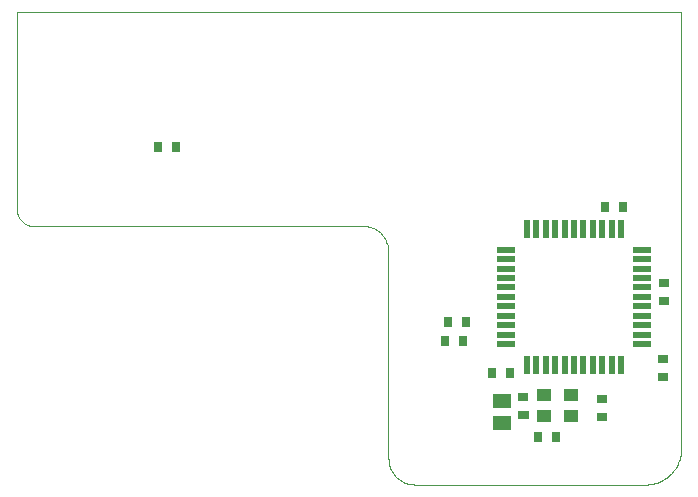
<source format=gbp>
G75*
%MOIN*%
%OFA0B0*%
%FSLAX24Y24*%
%IPPOS*%
%LPD*%
%AMOC8*
5,1,8,0,0,1.08239X$1,22.5*
%
%ADD10C,0.0039*%
%ADD11R,0.0276X0.0354*%
%ADD12R,0.0354X0.0276*%
%ADD13R,0.0591X0.0512*%
%ADD14R,0.0591X0.0236*%
%ADD15R,0.0236X0.0591*%
%ADD16R,0.0512X0.0433*%
D10*
X011639Y008800D02*
X011696Y008798D01*
X011753Y008793D01*
X011810Y008783D01*
X011865Y008770D01*
X011920Y008754D01*
X011974Y008733D01*
X012026Y008710D01*
X012077Y008683D01*
X012125Y008653D01*
X012172Y008619D01*
X012216Y008583D01*
X012258Y008544D01*
X012297Y008502D01*
X012333Y008458D01*
X012367Y008411D01*
X012397Y008363D01*
X012424Y008312D01*
X012447Y008260D01*
X012468Y008206D01*
X012484Y008151D01*
X012497Y008096D01*
X012507Y008039D01*
X012512Y007982D01*
X012514Y007925D01*
X012514Y001050D01*
X012516Y000993D01*
X012521Y000936D01*
X012531Y000879D01*
X012544Y000824D01*
X012560Y000769D01*
X012581Y000715D01*
X012604Y000663D01*
X012631Y000613D01*
X012661Y000564D01*
X012695Y000517D01*
X012731Y000473D01*
X012770Y000431D01*
X012812Y000392D01*
X012856Y000356D01*
X012903Y000322D01*
X012952Y000292D01*
X013002Y000265D01*
X013054Y000242D01*
X013108Y000221D01*
X013163Y000205D01*
X013218Y000192D01*
X013275Y000182D01*
X013332Y000177D01*
X013389Y000175D01*
X021014Y000175D01*
X022264Y001300D02*
X022264Y015925D01*
X000139Y015925D01*
X000139Y009300D01*
X000141Y009256D01*
X000147Y009213D01*
X000156Y009171D01*
X000169Y009129D01*
X000186Y009089D01*
X000206Y009050D01*
X000229Y009013D01*
X000256Y008979D01*
X000285Y008946D01*
X000318Y008917D01*
X000352Y008890D01*
X000389Y008867D01*
X000428Y008847D01*
X000468Y008830D01*
X000510Y008817D01*
X000552Y008808D01*
X000595Y008802D01*
X000639Y008800D01*
X011639Y008800D01*
X021015Y000176D02*
X021081Y000174D01*
X021148Y000176D01*
X021214Y000182D01*
X021280Y000192D01*
X021346Y000205D01*
X021410Y000222D01*
X021474Y000242D01*
X021536Y000266D01*
X021597Y000294D01*
X021656Y000324D01*
X021713Y000358D01*
X021768Y000396D01*
X021822Y000436D01*
X021872Y000479D01*
X021921Y000525D01*
X021966Y000574D01*
X022009Y000625D01*
X022049Y000678D01*
X022086Y000734D01*
X022120Y000792D01*
X022150Y000851D01*
X022177Y000912D01*
X022201Y000974D01*
X022221Y001038D01*
X022237Y001103D01*
X022250Y001168D01*
X022259Y001234D01*
X022264Y001301D01*
D11*
X018090Y001766D03*
X017490Y001766D03*
G36*
X016830Y002355D02*
X016829Y002630D01*
X017182Y002631D01*
X017183Y002356D01*
X016830Y002355D01*
G37*
G36*
X016826Y002955D02*
X016825Y003230D01*
X017178Y003231D01*
X017179Y002956D01*
X016826Y002955D01*
G37*
X016578Y003905D03*
X015978Y003905D03*
X014987Y004976D03*
X014387Y004976D03*
X014492Y005580D03*
X015092Y005580D03*
X019721Y009431D03*
X020321Y009431D03*
X005439Y011425D03*
X004839Y011425D03*
D12*
X019623Y003017D03*
X019623Y002417D03*
X021658Y003766D03*
X021658Y004366D03*
X021685Y006277D03*
X021685Y006877D03*
D13*
X016314Y002976D03*
X016314Y002228D03*
D14*
X016434Y004854D03*
X016434Y005169D03*
X016434Y005484D03*
X016434Y005799D03*
X016434Y006114D03*
X016434Y006429D03*
X016434Y006744D03*
X016434Y007059D03*
X016434Y007374D03*
X016434Y007689D03*
X016434Y008003D03*
X020962Y008003D03*
X020962Y007689D03*
X020962Y007374D03*
X020962Y007059D03*
X020962Y006744D03*
X020962Y006429D03*
X020962Y006114D03*
X020962Y005799D03*
X020962Y005484D03*
X020962Y005169D03*
X020962Y004854D03*
D15*
X020273Y004165D03*
X019958Y004165D03*
X019643Y004165D03*
X019328Y004165D03*
X019013Y004165D03*
X018698Y004165D03*
X018383Y004165D03*
X018068Y004165D03*
X017753Y004165D03*
X017438Y004165D03*
X017123Y004165D03*
X017123Y008692D03*
X017438Y008692D03*
X017753Y008692D03*
X018068Y008692D03*
X018383Y008692D03*
X018698Y008692D03*
X019013Y008692D03*
X019328Y008692D03*
X019643Y008692D03*
X019958Y008692D03*
X020273Y008692D03*
D16*
X018592Y003154D03*
X018592Y002446D03*
X017687Y002446D03*
X017687Y003154D03*
M02*

</source>
